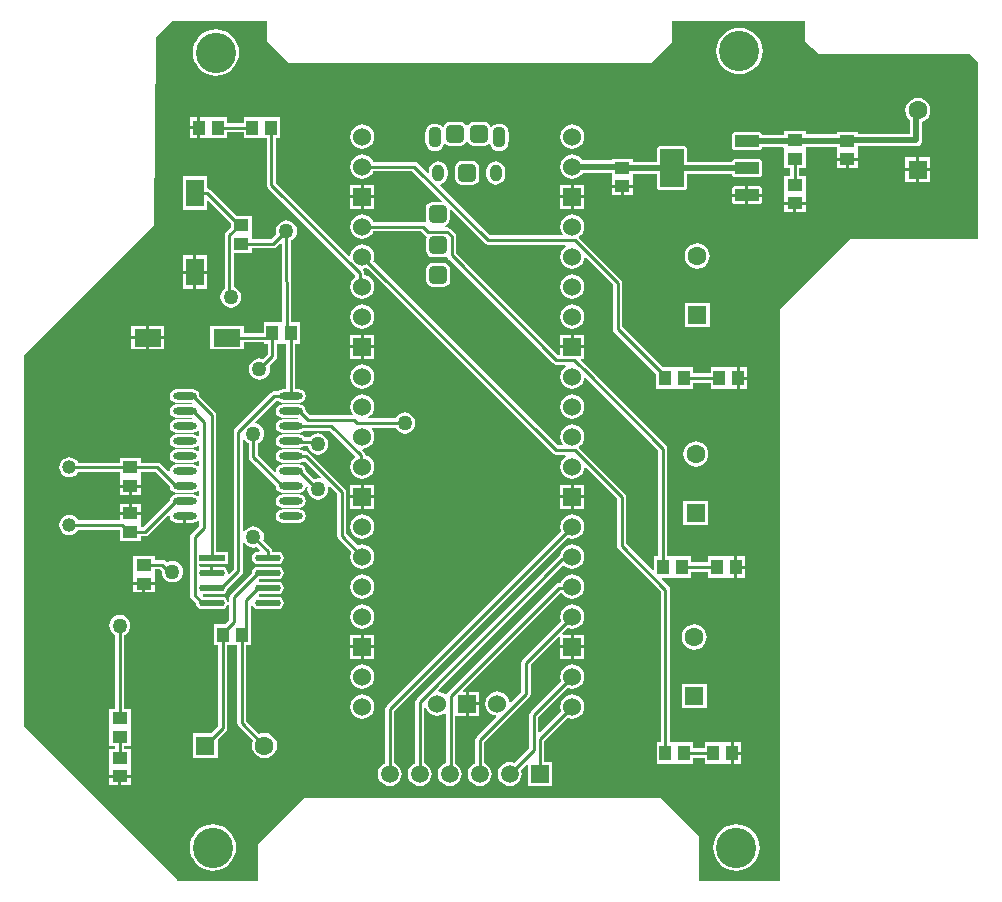
<source format=gtl>
G04*
G04 #@! TF.GenerationSoftware,Altium Limited,Altium Designer,22.5.1 (42)*
G04*
G04 Layer_Physical_Order=1*
G04 Layer_Color=255*
%FSLAX25Y25*%
%MOIN*%
G70*
G04*
G04 #@! TF.SameCoordinates,2259C19E-8C9C-4015-8B10-9D1C86A6F0C8*
G04*
G04*
G04 #@! TF.FilePolarity,Positive*
G04*
G01*
G75*
%ADD15C,0.01000*%
%ADD16O,0.04134X0.05709*%
%ADD17O,0.04331X0.07087*%
G04:AMPARAMS|DCode=18|XSize=59.06mil|YSize=59.06mil|CornerRadius=11.81mil|HoleSize=0mil|Usage=FLASHONLY|Rotation=0.000|XOffset=0mil|YOffset=0mil|HoleType=Round|Shape=RoundedRectangle|*
%AMROUNDEDRECTD18*
21,1,0.05906,0.03543,0,0,0.0*
21,1,0.03543,0.05906,0,0,0.0*
1,1,0.02362,0.01772,-0.01772*
1,1,0.02362,-0.01772,-0.01772*
1,1,0.02362,-0.01772,0.01772*
1,1,0.02362,0.01772,0.01772*
%
%ADD18ROUNDEDRECTD18*%
%ADD19O,0.07874X0.02362*%
%ADD20R,0.03937X0.05118*%
G04:AMPARAMS|DCode=21|XSize=85.59mil|YSize=22.32mil|CornerRadius=11.16mil|HoleSize=0mil|Usage=FLASHONLY|Rotation=0.000|XOffset=0mil|YOffset=0mil|HoleType=Round|Shape=RoundedRectangle|*
%AMROUNDEDRECTD21*
21,1,0.08559,0.00000,0,0,0.0*
21,1,0.06328,0.02232,0,0,0.0*
1,1,0.02232,0.03164,0.00000*
1,1,0.02232,-0.03164,0.00000*
1,1,0.02232,-0.03164,0.00000*
1,1,0.02232,0.03164,0.00000*
%
%ADD21ROUNDEDRECTD21*%
%ADD22R,0.08559X0.02232*%
%ADD23R,0.05118X0.03937*%
%ADD24R,0.09055X0.05906*%
%ADD25R,0.05906X0.09055*%
G04:AMPARAMS|DCode=26|XSize=127.95mil|YSize=80.71mil|CornerRadius=2.02mil|HoleSize=0mil|Usage=FLASHONLY|Rotation=270.000|XOffset=0mil|YOffset=0mil|HoleType=Round|Shape=RoundedRectangle|*
%AMROUNDEDRECTD26*
21,1,0.12795,0.07667,0,0,270.0*
21,1,0.12392,0.08071,0,0,270.0*
1,1,0.00404,-0.03834,-0.06196*
1,1,0.00404,-0.03834,0.06196*
1,1,0.00404,0.03834,0.06196*
1,1,0.00404,0.03834,-0.06196*
%
%ADD26ROUNDEDRECTD26*%
G04:AMPARAMS|DCode=27|XSize=39.37mil|YSize=80.71mil|CornerRadius=1.97mil|HoleSize=0mil|Usage=FLASHONLY|Rotation=270.000|XOffset=0mil|YOffset=0mil|HoleType=Round|Shape=RoundedRectangle|*
%AMROUNDEDRECTD27*
21,1,0.03937,0.07677,0,0,270.0*
21,1,0.03543,0.08071,0,0,270.0*
1,1,0.00394,-0.03839,-0.01772*
1,1,0.00394,-0.03839,0.01772*
1,1,0.00394,0.03839,0.01772*
1,1,0.00394,0.03839,-0.01772*
%
%ADD27ROUNDEDRECTD27*%
%ADD48C,0.02000*%
%ADD49C,0.06000*%
%ADD50R,0.06000X0.06000*%
%ADD51C,0.13400*%
%ADD52R,0.06299X0.06299*%
%ADD53C,0.06299*%
%ADD54R,0.06299X0.06299*%
%ADD55R,0.05906X0.05906*%
%ADD56C,0.05906*%
%ADD57C,0.04693*%
%ADD58C,0.05000*%
G36*
X475500Y436000D02*
X480000Y432000D01*
X530500D01*
X533000Y429500D01*
Y370500D01*
X490500D01*
X467000Y347000D01*
Y156500D01*
X440000D01*
Y171500D01*
X427500Y184000D01*
X308500D01*
X293000Y168500D01*
Y156500D01*
X266500D01*
X215000Y208000D01*
Y208500D01*
X215000Y331500D01*
X258500Y375000D01*
X259000Y437500D01*
X264500Y443000D01*
X296000D01*
Y436500D01*
X303500Y429000D01*
X424000D01*
X431000Y436000D01*
Y443000D01*
X475500D01*
Y436000D01*
D02*
G37*
%LPC*%
G36*
X453500Y440737D02*
X451991Y440589D01*
X450539Y440148D01*
X449201Y439433D01*
X448029Y438471D01*
X447067Y437299D01*
X446352Y435961D01*
X445911Y434510D01*
X445763Y433000D01*
X445911Y431491D01*
X446352Y430039D01*
X447067Y428701D01*
X448029Y427529D01*
X449201Y426567D01*
X450539Y425852D01*
X451991Y425411D01*
X453500Y425263D01*
X455010Y425411D01*
X456461Y425852D01*
X457799Y426567D01*
X458971Y427529D01*
X459933Y428701D01*
X460648Y430039D01*
X461089Y431491D01*
X461237Y433000D01*
X461089Y434510D01*
X460648Y435961D01*
X459933Y437299D01*
X458971Y438471D01*
X457799Y439433D01*
X456461Y440148D01*
X455010Y440589D01*
X453500Y440737D01*
D02*
G37*
G36*
X279000Y440237D02*
X277490Y440089D01*
X276039Y439648D01*
X274701Y438933D01*
X273529Y437971D01*
X272567Y436799D01*
X271852Y435461D01*
X271411Y434010D01*
X271263Y432500D01*
X271411Y430991D01*
X271852Y429539D01*
X272567Y428201D01*
X273529Y427029D01*
X274701Y426067D01*
X276039Y425352D01*
X277490Y424911D01*
X279000Y424763D01*
X280509Y424911D01*
X281961Y425352D01*
X283299Y426067D01*
X284471Y427029D01*
X285433Y428201D01*
X286148Y429539D01*
X286589Y430991D01*
X286737Y432500D01*
X286589Y434010D01*
X286148Y435461D01*
X285433Y436799D01*
X284471Y437971D01*
X283299Y438933D01*
X281961Y439648D01*
X280509Y440089D01*
X279000Y440237D01*
D02*
G37*
G36*
X294531Y411059D02*
X294169D01*
X294032Y411059D01*
X288232D01*
Y409029D01*
X282618D01*
Y411059D01*
X276819D01*
X276681Y411059D01*
X276319D01*
X276181Y411059D01*
X273850D01*
Y407500D01*
Y403941D01*
X276181D01*
X276319Y403941D01*
X276681D01*
X276819Y403941D01*
X282618D01*
Y405971D01*
X288232D01*
Y403941D01*
X294032D01*
X294169Y403941D01*
X294531D01*
X294669Y403941D01*
X295971D01*
Y388435D01*
X296087Y387850D01*
X296419Y387354D01*
X325406Y358366D01*
Y357705D01*
X324946Y357353D01*
X324305Y356517D01*
X323902Y355544D01*
X323765Y354500D01*
X323902Y353456D01*
X324305Y352483D01*
X324946Y351647D01*
X325782Y351006D01*
X326755Y350603D01*
X327799Y350465D01*
X328843Y350603D01*
X329817Y351006D01*
X330652Y351647D01*
X331293Y352483D01*
X331696Y353456D01*
X331834Y354500D01*
X331696Y355544D01*
X331293Y356517D01*
X330652Y357353D01*
X329817Y357994D01*
X328843Y358397D01*
X328465Y358447D01*
Y359000D01*
X328348Y359585D01*
X328073Y359997D01*
X328144Y360301D01*
X328277Y360528D01*
X328843Y360603D01*
X329331Y360805D01*
X391218Y298919D01*
X391714Y298587D01*
X392299Y298471D01*
X395499D01*
X395754Y298024D01*
X395752Y297971D01*
X394946Y297353D01*
X394305Y296517D01*
X393902Y295544D01*
X393765Y294500D01*
X393902Y293456D01*
X394305Y292483D01*
X394946Y291647D01*
X395782Y291006D01*
X396755Y290603D01*
X397799Y290465D01*
X398843Y290603D01*
X399816Y291006D01*
X400652Y291647D01*
X401293Y292483D01*
X401696Y293456D01*
X401771Y294022D01*
X402299Y294201D01*
X412727Y283773D01*
Y268094D01*
X412844Y267509D01*
X413175Y267013D01*
X427321Y252867D01*
Y202559D01*
X425882D01*
Y195441D01*
X431681D01*
X431819Y195441D01*
X432181D01*
X432319Y195441D01*
X438118D01*
Y197471D01*
X441882D01*
Y195441D01*
X447681D01*
X447819Y195441D01*
X448181D01*
X448319Y195441D01*
X450650D01*
Y199000D01*
Y202559D01*
X448319D01*
X448181Y202559D01*
X447819D01*
X447681Y202559D01*
X441882D01*
Y200529D01*
X438118D01*
Y202559D01*
X432319D01*
X432181Y202559D01*
X431819D01*
X431681Y202559D01*
X430380D01*
Y253501D01*
X430263Y254086D01*
X429932Y254582D01*
X427535Y256979D01*
X427726Y257441D01*
X430831D01*
X430969Y257441D01*
X431331D01*
X431468Y257441D01*
X437268D01*
Y259471D01*
X443032D01*
Y257441D01*
X448831D01*
X448969Y257441D01*
X449331D01*
X449469Y257441D01*
X451799D01*
Y261000D01*
Y264559D01*
X449469D01*
X449331Y264559D01*
X448969D01*
X448831Y264559D01*
X443032D01*
Y262529D01*
X437268D01*
Y264559D01*
X431468D01*
X431331Y264559D01*
X430969D01*
X430831Y264559D01*
X429529D01*
Y300500D01*
X429413Y301085D01*
X429081Y301581D01*
X402807Y327856D01*
X402062Y328763D01*
X401155Y329508D01*
X400625Y330038D01*
X400816Y330500D01*
X401799D01*
Y334000D01*
X393799D01*
Y331529D01*
X393133D01*
X359144Y365519D01*
Y371172D01*
X359028Y371757D01*
X358696Y372253D01*
X357126Y373824D01*
X356629Y374155D01*
X356044Y374272D01*
X355331D01*
X355282Y374772D01*
X355513Y374818D01*
X356235Y375300D01*
X356716Y376021D01*
X356886Y376872D01*
Y379903D01*
X357386Y380111D01*
X368578Y368919D01*
X369074Y368587D01*
X369659Y368471D01*
X395499D01*
X395754Y368024D01*
X395752Y367971D01*
X394946Y367353D01*
X394305Y366517D01*
X393902Y365544D01*
X393765Y364500D01*
X393902Y363456D01*
X394305Y362483D01*
X394946Y361647D01*
X395782Y361006D01*
X396755Y360603D01*
X397799Y360466D01*
X398843Y360603D01*
X399816Y361006D01*
X400652Y361647D01*
X401293Y362483D01*
X401696Y363456D01*
X401771Y364022D01*
X402299Y364201D01*
X411418Y355082D01*
Y340344D01*
X411535Y339758D01*
X411866Y339262D01*
X425732Y325396D01*
Y320441D01*
X431531D01*
X431669Y320441D01*
X432031D01*
X432169Y320441D01*
X437968D01*
Y322471D01*
X443882D01*
Y320441D01*
X449681D01*
X449819Y320441D01*
X450181D01*
X450319Y320441D01*
X452650D01*
Y324000D01*
Y327559D01*
X450319D01*
X450181Y327559D01*
X449819D01*
X449681Y327559D01*
X443882D01*
Y325529D01*
X437968D01*
Y327559D01*
X432169D01*
X432031Y327559D01*
X431669D01*
X431531Y327559D01*
X427895D01*
X414477Y340977D01*
Y355715D01*
X414361Y356301D01*
X414029Y356797D01*
X400087Y370739D01*
X400119Y371238D01*
X400652Y371647D01*
X401293Y372483D01*
X401696Y373456D01*
X401834Y374500D01*
X401696Y375544D01*
X401293Y376517D01*
X400652Y377353D01*
X399816Y377994D01*
X398843Y378397D01*
X397799Y378535D01*
X396755Y378397D01*
X395782Y377994D01*
X394946Y377353D01*
X394305Y376517D01*
X393902Y375544D01*
X393765Y374500D01*
X393902Y373456D01*
X394305Y372483D01*
X394653Y372029D01*
X394407Y371529D01*
X370293D01*
X353772Y388050D01*
X353933Y388523D01*
X353986Y388530D01*
X354732Y388839D01*
X355373Y389331D01*
X355865Y389971D01*
X356174Y390717D01*
X356279Y391518D01*
Y393093D01*
X356174Y393894D01*
X355865Y394639D01*
X355373Y395280D01*
X354732Y395772D01*
X353986Y396081D01*
X353186Y396186D01*
X352385Y396081D01*
X351639Y395772D01*
X350998Y395280D01*
X350507Y394639D01*
X350198Y393894D01*
X350092Y393093D01*
Y392383D01*
X349630Y392192D01*
X346241Y395581D01*
X345744Y395913D01*
X345159Y396029D01*
X331495D01*
X331293Y396517D01*
X330652Y397353D01*
X329817Y397994D01*
X328843Y398397D01*
X327799Y398534D01*
X326755Y398397D01*
X325782Y397994D01*
X324946Y397353D01*
X324305Y396517D01*
X323902Y395544D01*
X323765Y394500D01*
X323902Y393456D01*
X324305Y392483D01*
X324946Y391647D01*
X325782Y391006D01*
X326755Y390603D01*
X327799Y390465D01*
X328843Y390603D01*
X329817Y391006D01*
X330652Y391647D01*
X331293Y392483D01*
X331495Y392971D01*
X344526D01*
X354357Y383139D01*
X354150Y382640D01*
X351119D01*
X350268Y382470D01*
X349546Y381988D01*
X349064Y381267D01*
X348895Y380416D01*
Y376872D01*
X349024Y376221D01*
X348585Y375913D01*
X348000Y376029D01*
X331495D01*
X331293Y376517D01*
X330652Y377353D01*
X329817Y377994D01*
X328843Y378397D01*
X327799Y378535D01*
X326755Y378397D01*
X325782Y377994D01*
X324946Y377353D01*
X324305Y376517D01*
X323902Y375544D01*
X323765Y374500D01*
X323902Y373456D01*
X324305Y372483D01*
X324946Y371647D01*
X325782Y371006D01*
X326755Y370603D01*
X327799Y370465D01*
X328843Y370603D01*
X329817Y371006D01*
X330652Y371647D01*
X331293Y372483D01*
X331495Y372971D01*
X347366D01*
X348676Y371661D01*
X349062Y371403D01*
X349336Y370912D01*
X349166Y370061D01*
Y366518D01*
X349336Y365667D01*
X349818Y364946D01*
X350539Y364463D01*
X351390Y364294D01*
X354934D01*
X355785Y364463D01*
X355793Y364469D01*
X356202Y364300D01*
X356533Y363804D01*
X391419Y328919D01*
X391915Y328587D01*
X392500Y328471D01*
X395499D01*
X395754Y328024D01*
X395752Y327971D01*
X394946Y327353D01*
X394305Y326517D01*
X393902Y325544D01*
X393765Y324500D01*
X393902Y323456D01*
X394305Y322483D01*
X394946Y321647D01*
X395782Y321006D01*
X396755Y320603D01*
X397799Y320465D01*
X398843Y320603D01*
X399816Y321006D01*
X400652Y321647D01*
X401293Y322483D01*
X401696Y323456D01*
X401752Y323878D01*
X402280Y324057D01*
X426471Y299867D01*
Y264559D01*
X425032D01*
Y260136D01*
X424570Y259944D01*
X415786Y268728D01*
Y284406D01*
X415670Y284992D01*
X415338Y285488D01*
X400087Y300739D01*
X400119Y301238D01*
X400652Y301647D01*
X401293Y302483D01*
X401696Y303456D01*
X401834Y304500D01*
X401696Y305544D01*
X401293Y306517D01*
X400652Y307353D01*
X399816Y307994D01*
X398843Y308397D01*
X397799Y308535D01*
X396755Y308397D01*
X395782Y307994D01*
X394946Y307353D01*
X394305Y306517D01*
X393902Y305544D01*
X393765Y304500D01*
X393902Y303456D01*
X394305Y302483D01*
X394653Y302029D01*
X394407Y301529D01*
X392933D01*
X331494Y362968D01*
X331696Y363456D01*
X331834Y364500D01*
X331696Y365544D01*
X331293Y366517D01*
X330652Y367353D01*
X329817Y367994D01*
X328843Y368397D01*
X327799Y368534D01*
X326755Y368397D01*
X325782Y367994D01*
X324946Y367353D01*
X324305Y366517D01*
X323902Y365544D01*
X323828Y364978D01*
X323300Y364798D01*
X299029Y389069D01*
Y403941D01*
X300468D01*
Y411059D01*
X294669D01*
X294531Y411059D01*
D02*
G37*
G36*
X368442Y409411D02*
X364898D01*
X364047Y409242D01*
X363326Y408760D01*
X363034Y408322D01*
X362432D01*
X362140Y408760D01*
X361419Y409242D01*
X360567Y409411D01*
X357024D01*
X356173Y409242D01*
X355452Y408760D01*
X354970Y408038D01*
X354927Y407825D01*
X354393Y407700D01*
X354262Y407870D01*
X353601Y408377D01*
X352831Y408696D01*
X352005Y408805D01*
X351178Y408696D01*
X350408Y408377D01*
X349747Y407870D01*
X349240Y407209D01*
X348921Y406439D01*
X348812Y405613D01*
Y402857D01*
X348921Y402030D01*
X349240Y401260D01*
X349747Y400599D01*
X350408Y400092D01*
X351178Y399773D01*
X352005Y399664D01*
X352831Y399773D01*
X353601Y400092D01*
X354262Y400599D01*
X354769Y401260D01*
X355008Y401836D01*
X355140Y401906D01*
X355490Y401991D01*
X355586Y401982D01*
X356173Y401589D01*
X357024Y401420D01*
X360567D01*
X361419Y401589D01*
X362140Y402072D01*
X362432Y402509D01*
X363034D01*
X363326Y402072D01*
X364047Y401589D01*
X364898Y401420D01*
X368442D01*
X369292Y401589D01*
X369879Y401982D01*
X369976Y401991D01*
X370326Y401906D01*
X370458Y401836D01*
X370696Y401260D01*
X371204Y400599D01*
X371865Y400092D01*
X372635Y399773D01*
X373461Y399664D01*
X374288Y399773D01*
X375058Y400092D01*
X375719Y400599D01*
X376226Y401260D01*
X376545Y402030D01*
X376654Y402857D01*
Y405613D01*
X376545Y406439D01*
X376226Y407209D01*
X375719Y407870D01*
X375058Y408377D01*
X374288Y408696D01*
X373461Y408805D01*
X372635Y408696D01*
X371865Y408377D01*
X371204Y407870D01*
X371073Y407700D01*
X370538Y407825D01*
X370496Y408038D01*
X370014Y408760D01*
X369292Y409242D01*
X368442Y409411D01*
D02*
G37*
G36*
X272850Y411059D02*
X270382D01*
Y408000D01*
X272850D01*
Y411059D01*
D02*
G37*
G36*
X513000Y417370D02*
X511917Y417228D01*
X510907Y416810D01*
X510041Y416145D01*
X509375Y415278D01*
X508957Y414268D01*
X508815Y413185D01*
X508957Y412102D01*
X509375Y411092D01*
X510041Y410225D01*
X510461Y409903D01*
Y405382D01*
X493059D01*
Y406118D01*
X485941D01*
Y405189D01*
X475559D01*
Y406268D01*
X468441D01*
Y405094D01*
X461006D01*
X460966Y405294D01*
X460702Y405690D01*
X460306Y405954D01*
X459839Y406047D01*
X452161D01*
X451694Y405954D01*
X451299Y405690D01*
X451034Y405294D01*
X450941Y404827D01*
Y401284D01*
X451034Y400816D01*
X451299Y400421D01*
X451694Y400156D01*
X452161Y400063D01*
X459839D01*
X460306Y400156D01*
X460702Y400421D01*
X460966Y400816D01*
X461006Y401016D01*
X468087D01*
X468441Y400662D01*
X468441Y399969D01*
X468441Y399831D01*
Y394032D01*
X470471D01*
Y391469D01*
X468441D01*
Y385669D01*
X468441Y385531D01*
Y385169D01*
X468441Y385032D01*
Y382701D01*
X475559D01*
Y385032D01*
X475559Y385169D01*
Y385531D01*
X475559Y385669D01*
Y391469D01*
X473529D01*
Y394032D01*
X475559D01*
Y399831D01*
X475559Y399969D01*
Y400331D01*
X475559Y400468D01*
Y401110D01*
X485941D01*
Y400319D01*
X485941Y400181D01*
Y399819D01*
X485941Y399681D01*
Y397350D01*
X489500D01*
X493059D01*
Y399681D01*
X493059Y399819D01*
Y400181D01*
X493059Y400319D01*
Y401303D01*
X512500D01*
X513280Y401459D01*
X513942Y401901D01*
X514384Y402562D01*
X514539Y403342D01*
Y409331D01*
X515093Y409560D01*
X515960Y410225D01*
X516625Y411092D01*
X517043Y412102D01*
X517185Y413185D01*
X517043Y414268D01*
X516625Y415278D01*
X515960Y416145D01*
X515093Y416810D01*
X514083Y417228D01*
X513000Y417370D01*
D02*
G37*
G36*
X272850Y407000D02*
X270382D01*
Y403941D01*
X272850D01*
Y407000D01*
D02*
G37*
G36*
X397799Y408534D02*
X396755Y408397D01*
X395782Y407994D01*
X394946Y407353D01*
X394305Y406517D01*
X393902Y405544D01*
X393765Y404500D01*
X393902Y403456D01*
X394305Y402483D01*
X394946Y401647D01*
X395782Y401006D01*
X396755Y400603D01*
X397799Y400465D01*
X398843Y400603D01*
X399816Y401006D01*
X400652Y401647D01*
X401293Y402483D01*
X401696Y403456D01*
X401834Y404500D01*
X401696Y405544D01*
X401293Y406517D01*
X400652Y407353D01*
X399816Y407994D01*
X398843Y408397D01*
X397799Y408534D01*
D02*
G37*
G36*
X327799D02*
X326755Y408397D01*
X325782Y407994D01*
X324946Y407353D01*
X324305Y406517D01*
X323902Y405544D01*
X323765Y404500D01*
X323902Y403456D01*
X324305Y402483D01*
X324946Y401647D01*
X325782Y401006D01*
X326755Y400603D01*
X327799Y400465D01*
X328843Y400603D01*
X329817Y401006D01*
X330652Y401647D01*
X331293Y402483D01*
X331696Y403456D01*
X331834Y404500D01*
X331696Y405544D01*
X331293Y406517D01*
X330652Y407353D01*
X329817Y407994D01*
X328843Y408397D01*
X327799Y408534D01*
D02*
G37*
G36*
X434834Y401421D02*
X427166D01*
X426697Y401328D01*
X426300Y401062D01*
X426034Y400665D01*
X425941Y400196D01*
Y396039D01*
X418059D01*
Y397118D01*
X410941D01*
Y396539D01*
X401276D01*
X400652Y397353D01*
X399816Y397994D01*
X398843Y398397D01*
X397799Y398534D01*
X396755Y398397D01*
X395782Y397994D01*
X394946Y397353D01*
X394305Y396517D01*
X393902Y395544D01*
X393765Y394500D01*
X393902Y393456D01*
X394305Y392483D01*
X394946Y391647D01*
X395782Y391006D01*
X396755Y390603D01*
X397799Y390465D01*
X398843Y390603D01*
X399816Y391006D01*
X400652Y391647D01*
X401276Y392461D01*
X410941D01*
Y391319D01*
X410941Y391181D01*
Y390819D01*
X410941Y390681D01*
Y388350D01*
X414500D01*
X418059D01*
Y390681D01*
X418059Y390819D01*
Y391181D01*
X418059Y391319D01*
Y391961D01*
X425941D01*
Y387804D01*
X426034Y387335D01*
X426300Y386938D01*
X426697Y386672D01*
X427166Y386579D01*
X434834D01*
X435303Y386672D01*
X435700Y386938D01*
X435966Y387335D01*
X436059Y387804D01*
Y391961D01*
X450994D01*
X451034Y391761D01*
X451299Y391366D01*
X451694Y391101D01*
X452161Y391008D01*
X459839D01*
X460306Y391101D01*
X460702Y391366D01*
X460966Y391761D01*
X461059Y392228D01*
Y395772D01*
X460966Y396239D01*
X460702Y396635D01*
X460306Y396899D01*
X459839Y396992D01*
X452161D01*
X451694Y396899D01*
X451299Y396635D01*
X451034Y396239D01*
X450994Y396039D01*
X436059D01*
Y400196D01*
X435966Y400665D01*
X435700Y401062D01*
X435303Y401328D01*
X434834Y401421D01*
D02*
G37*
G36*
X517150Y397650D02*
X513500D01*
Y394000D01*
X517150D01*
Y397650D01*
D02*
G37*
G36*
X512500D02*
X508850D01*
Y394000D01*
X512500D01*
Y397650D01*
D02*
G37*
G36*
X493059Y396350D02*
X490000D01*
Y393882D01*
X493059D01*
Y396350D01*
D02*
G37*
G36*
X489000D02*
X485941D01*
Y393882D01*
X489000D01*
Y396350D01*
D02*
G37*
G36*
X517150Y393000D02*
X513500D01*
Y389350D01*
X517150D01*
Y393000D01*
D02*
G37*
G36*
X512500D02*
X508850D01*
Y389350D01*
X512500D01*
Y393000D01*
D02*
G37*
G36*
X364505Y396419D02*
X360961D01*
X360110Y396250D01*
X359389Y395768D01*
X358907Y395046D01*
X358737Y394195D01*
Y390652D01*
X358907Y389801D01*
X359389Y389079D01*
X360110Y388597D01*
X360961Y388428D01*
X364505D01*
X365355Y388597D01*
X366077Y389079D01*
X366559Y389801D01*
X366728Y390652D01*
Y394195D01*
X366559Y395046D01*
X366077Y395768D01*
X365355Y396250D01*
X364505Y396419D01*
D02*
G37*
G36*
X372280Y396186D02*
X371479Y396081D01*
X370733Y395772D01*
X370093Y395280D01*
X369601Y394639D01*
X369292Y393894D01*
X369187Y393093D01*
Y391518D01*
X369292Y390717D01*
X369601Y389971D01*
X370093Y389331D01*
X370733Y388839D01*
X371479Y388530D01*
X372280Y388425D01*
X373081Y388530D01*
X373827Y388839D01*
X374467Y389331D01*
X374959Y389971D01*
X375268Y390717D01*
X375374Y391518D01*
Y393093D01*
X375268Y393894D01*
X374959Y394639D01*
X374467Y395280D01*
X373827Y395772D01*
X373081Y396081D01*
X372280Y396186D01*
D02*
G37*
G36*
X459839Y387937D02*
X456500D01*
Y385445D01*
X461059D01*
Y386717D01*
X460966Y387183D01*
X460702Y387579D01*
X460306Y387844D01*
X459839Y387937D01*
D02*
G37*
G36*
X455500D02*
X452161D01*
X451694Y387844D01*
X451299Y387579D01*
X451034Y387183D01*
X450941Y386717D01*
Y385445D01*
X455500D01*
Y387937D01*
D02*
G37*
G36*
X401799Y388500D02*
X398299D01*
Y385000D01*
X401799D01*
Y388500D01*
D02*
G37*
G36*
X397299D02*
X393799D01*
Y385000D01*
X397299D01*
Y388500D01*
D02*
G37*
G36*
X331799D02*
X328299D01*
Y385000D01*
X331799D01*
Y388500D01*
D02*
G37*
G36*
X327299D02*
X323799D01*
Y385000D01*
X327299D01*
Y388500D01*
D02*
G37*
G36*
X418059Y387350D02*
X415000D01*
Y384882D01*
X418059D01*
Y387350D01*
D02*
G37*
G36*
X414000D02*
X410941D01*
Y384882D01*
X414000D01*
Y387350D01*
D02*
G37*
G36*
X461059Y384445D02*
X456500D01*
Y381953D01*
X459839D01*
X460306Y382046D01*
X460702Y382310D01*
X460966Y382706D01*
X461059Y383173D01*
Y384445D01*
D02*
G37*
G36*
X455500D02*
X450941D01*
Y383173D01*
X451034Y382706D01*
X451299Y382310D01*
X451694Y382046D01*
X452161Y381953D01*
X455500D01*
Y384445D01*
D02*
G37*
G36*
X401799Y384000D02*
X398299D01*
Y380500D01*
X401799D01*
Y384000D01*
D02*
G37*
G36*
X397299D02*
X393799D01*
Y380500D01*
X397299D01*
Y384000D01*
D02*
G37*
G36*
X331799D02*
X328299D01*
Y380500D01*
X331799D01*
Y384000D01*
D02*
G37*
G36*
X327299D02*
X323799D01*
Y380500D01*
X327299D01*
Y384000D01*
D02*
G37*
G36*
X475559Y381701D02*
X472500D01*
Y379232D01*
X475559D01*
Y381701D01*
D02*
G37*
G36*
X471500D02*
X468441D01*
Y379232D01*
X471500D01*
Y381701D01*
D02*
G37*
G36*
X439500Y368870D02*
X438417Y368728D01*
X437407Y368310D01*
X436541Y367645D01*
X435875Y366778D01*
X435457Y365768D01*
X435315Y364685D01*
X435457Y363602D01*
X435875Y362592D01*
X436541Y361725D01*
X437407Y361060D01*
X438417Y360642D01*
X439500Y360500D01*
X440583Y360642D01*
X441593Y361060D01*
X442459Y361725D01*
X443125Y362592D01*
X443543Y363602D01*
X443685Y364685D01*
X443543Y365768D01*
X443125Y366778D01*
X442459Y367645D01*
X441593Y368310D01*
X440583Y368728D01*
X439500Y368870D01*
D02*
G37*
G36*
X275953Y364839D02*
X272500D01*
Y359811D01*
X275953D01*
Y364839D01*
D02*
G37*
G36*
X271500D02*
X268047D01*
Y359811D01*
X271500D01*
Y364839D01*
D02*
G37*
G36*
X354934Y362443D02*
X351390D01*
X350539Y362273D01*
X349818Y361791D01*
X349336Y361070D01*
X349166Y360219D01*
Y356676D01*
X349336Y355824D01*
X349818Y355103D01*
X350539Y354621D01*
X351390Y354452D01*
X354934D01*
X355785Y354621D01*
X356506Y355103D01*
X356988Y355824D01*
X357157Y356676D01*
Y360219D01*
X356988Y361070D01*
X356506Y361791D01*
X355785Y362273D01*
X354934Y362443D01*
D02*
G37*
G36*
X275953Y358811D02*
X272500D01*
Y353783D01*
X275953D01*
Y358811D01*
D02*
G37*
G36*
X271500D02*
X268047D01*
Y353783D01*
X271500D01*
Y358811D01*
D02*
G37*
G36*
X397799Y358535D02*
X396755Y358397D01*
X395782Y357994D01*
X394946Y357353D01*
X394305Y356517D01*
X393902Y355544D01*
X393765Y354500D01*
X393902Y353456D01*
X394305Y352483D01*
X394946Y351647D01*
X395782Y351006D01*
X396755Y350603D01*
X397799Y350465D01*
X398843Y350603D01*
X399816Y351006D01*
X400652Y351647D01*
X401293Y352483D01*
X401696Y353456D01*
X401834Y354500D01*
X401696Y355544D01*
X401293Y356517D01*
X400652Y357353D01*
X399816Y357994D01*
X398843Y358397D01*
X397799Y358535D01*
D02*
G37*
G36*
X443650Y349150D02*
X435350D01*
Y340850D01*
X443650D01*
Y349150D01*
D02*
G37*
G36*
X397799Y348534D02*
X396755Y348397D01*
X395782Y347994D01*
X394946Y347353D01*
X394305Y346517D01*
X393902Y345544D01*
X393765Y344500D01*
X393902Y343456D01*
X394305Y342483D01*
X394946Y341647D01*
X395782Y341006D01*
X396755Y340603D01*
X397799Y340465D01*
X398843Y340603D01*
X399816Y341006D01*
X400652Y341647D01*
X401293Y342483D01*
X401696Y343456D01*
X401834Y344500D01*
X401696Y345544D01*
X401293Y346517D01*
X400652Y347353D01*
X399816Y347994D01*
X398843Y348397D01*
X397799Y348534D01*
D02*
G37*
G36*
X327799D02*
X326755Y348397D01*
X325782Y347994D01*
X324946Y347353D01*
X324305Y346517D01*
X323902Y345544D01*
X323765Y344500D01*
X323902Y343456D01*
X324305Y342483D01*
X324946Y341647D01*
X325782Y341006D01*
X326755Y340603D01*
X327799Y340465D01*
X328843Y340603D01*
X329817Y341006D01*
X330652Y341647D01*
X331293Y342483D01*
X331696Y343456D01*
X331834Y344500D01*
X331696Y345544D01*
X331293Y346517D01*
X330652Y347353D01*
X329817Y347994D01*
X328843Y348397D01*
X327799Y348534D01*
D02*
G37*
G36*
X275953Y391217D02*
X268047D01*
Y380161D01*
X275953D01*
Y382963D01*
X276415Y383155D01*
X283941Y375628D01*
Y374194D01*
X282360Y372613D01*
X282028Y372117D01*
X281911Y371532D01*
Y353809D01*
X281504Y353496D01*
X280943Y352765D01*
X280590Y351914D01*
X280470Y351000D01*
X280590Y350086D01*
X280943Y349235D01*
X281504Y348504D01*
X282235Y347943D01*
X283086Y347590D01*
X284000Y347470D01*
X284914Y347590D01*
X285765Y347943D01*
X286496Y348504D01*
X287057Y349235D01*
X287410Y350086D01*
X287530Y351000D01*
X287410Y351914D01*
X287057Y352765D01*
X286496Y353496D01*
X285765Y354057D01*
X284970Y354386D01*
Y365732D01*
X291059D01*
Y367171D01*
X298201D01*
X298786Y367288D01*
X299282Y367619D01*
X300509Y368846D01*
X300971Y368654D01*
Y356196D01*
X301087Y355611D01*
X301152Y355514D01*
Y342921D01*
X300819Y342559D01*
X300652Y342559D01*
X294882D01*
Y339029D01*
X288217D01*
Y341453D01*
X277161D01*
Y333547D01*
X288217D01*
Y335971D01*
X294882D01*
Y335441D01*
X296321D01*
Y331984D01*
X294649Y330312D01*
X294414Y330410D01*
X293500Y330530D01*
X292586Y330410D01*
X291735Y330057D01*
X291004Y329496D01*
X290443Y328765D01*
X290090Y327914D01*
X289970Y327000D01*
X290090Y326086D01*
X290443Y325235D01*
X291004Y324504D01*
X291735Y323943D01*
X292586Y323590D01*
X293500Y323470D01*
X294414Y323590D01*
X295265Y323943D01*
X295996Y324504D01*
X296557Y325235D01*
X296910Y326086D01*
X297030Y327000D01*
X296910Y327914D01*
X296812Y328149D01*
X298932Y330269D01*
X299263Y330765D01*
X299380Y331350D01*
Y335441D01*
X300681D01*
X300819Y335441D01*
X301181D01*
X301319Y335441D01*
X302471D01*
Y320224D01*
X301244D01*
X300393Y320055D01*
X299672Y319572D01*
X299643Y319529D01*
X298343D01*
X297758Y319413D01*
X297262Y319081D01*
X285419Y307238D01*
X285087Y306742D01*
X284971Y306157D01*
Y260285D01*
X283473Y258788D01*
X283098Y258958D01*
X283001Y259023D01*
X282842Y259826D01*
X282374Y260525D01*
X281674Y260993D01*
X280849Y261157D01*
X278185D01*
Y259000D01*
X277185D01*
Y261157D01*
X274521D01*
X273935Y261041D01*
X273434Y261374D01*
Y261884D01*
X282964D01*
Y266116D01*
X279214D01*
Y311638D01*
X279098Y312223D01*
X278766Y312719D01*
X273537Y317949D01*
X273547Y318000D01*
X273377Y318851D01*
X272895Y319572D01*
X272174Y320055D01*
X271323Y320224D01*
X265811D01*
X264960Y320055D01*
X264239Y319572D01*
X263756Y318851D01*
X263587Y318000D01*
X263756Y317149D01*
X264239Y316427D01*
X264960Y315945D01*
X265811Y315776D01*
X271001D01*
X271029Y315724D01*
X270727Y315224D01*
X265811D01*
X264960Y315055D01*
X264239Y314573D01*
X263756Y313851D01*
X263587Y313000D01*
X263756Y312149D01*
X264239Y311427D01*
X264960Y310945D01*
X265811Y310776D01*
X271001D01*
X271029Y310724D01*
X270727Y310224D01*
X265811D01*
X264960Y310055D01*
X264239Y309573D01*
X263756Y308851D01*
X263587Y308000D01*
X263756Y307149D01*
X264239Y306428D01*
X264960Y305945D01*
X265811Y305776D01*
X271323D01*
X272174Y305945D01*
X272895Y306428D01*
X272971Y306540D01*
X273471Y306388D01*
Y304611D01*
X272971Y304460D01*
X272895Y304573D01*
X272174Y305055D01*
X271323Y305224D01*
X265811D01*
X264960Y305055D01*
X264239Y304573D01*
X263756Y303851D01*
X263587Y303000D01*
X263756Y302149D01*
X264239Y301428D01*
X264960Y300945D01*
X265811Y300776D01*
X271323D01*
X272174Y300945D01*
X272895Y301428D01*
X272971Y301540D01*
X273471Y301389D01*
Y299611D01*
X272971Y299460D01*
X272895Y299572D01*
X272174Y300055D01*
X271323Y300224D01*
X265811D01*
X264960Y300055D01*
X264239Y299572D01*
X263756Y298851D01*
X263587Y298000D01*
X263756Y297149D01*
X264239Y296427D01*
X264960Y295945D01*
X265811Y295776D01*
X271323D01*
X272174Y295945D01*
X272895Y296427D01*
X272971Y296540D01*
X273471Y296389D01*
Y294612D01*
X272971Y294460D01*
X272895Y294572D01*
X272174Y295055D01*
X271323Y295224D01*
X265811D01*
X264960Y295055D01*
X264239Y294572D01*
X263756Y293851D01*
X263603Y293078D01*
X263152Y292822D01*
X260593Y295381D01*
X260097Y295712D01*
X259512Y295829D01*
X254059D01*
Y297268D01*
X246941D01*
Y295742D01*
X233155D01*
X233089Y295900D01*
X232553Y296599D01*
X231854Y297136D01*
X231040Y297473D01*
X230166Y297588D01*
X229293Y297473D01*
X228479Y297136D01*
X227780Y296599D01*
X227243Y295900D01*
X226906Y295086D01*
X226791Y294213D01*
X226906Y293339D01*
X227243Y292525D01*
X227780Y291826D01*
X228479Y291289D01*
X229293Y290952D01*
X230166Y290837D01*
X231040Y290952D01*
X231854Y291289D01*
X232553Y291826D01*
X233089Y292525D01*
X233155Y292683D01*
X246941D01*
Y291469D01*
X246941Y291331D01*
Y290968D01*
X246941Y290831D01*
Y288500D01*
X254059D01*
Y290831D01*
X254059Y290968D01*
Y291331D01*
X254059Y291469D01*
Y292770D01*
X258878D01*
X263597Y288051D01*
X263587Y288000D01*
X263756Y287149D01*
X264239Y286427D01*
X264960Y285945D01*
X265811Y285776D01*
X271323D01*
X272174Y285945D01*
X272895Y286427D01*
X272971Y286540D01*
X273471Y286388D01*
Y284612D01*
X272971Y284460D01*
X272895Y284573D01*
X272174Y285055D01*
X271323Y285224D01*
X265811D01*
X264960Y285055D01*
X264239Y284573D01*
X263756Y283851D01*
X263587Y283000D01*
X263597Y282949D01*
X254878Y274230D01*
X254059D01*
Y275532D01*
X254059Y275669D01*
X254059D01*
Y276031D01*
X254059D01*
Y278500D01*
X250500D01*
X246941D01*
Y276529D01*
X233155D01*
X233089Y276688D01*
X232553Y277387D01*
X231854Y277923D01*
X231040Y278260D01*
X230166Y278375D01*
X229293Y278260D01*
X228479Y277923D01*
X227780Y277387D01*
X227243Y276688D01*
X226906Y275874D01*
X226791Y275000D01*
X226906Y274126D01*
X227243Y273312D01*
X227780Y272613D01*
X228479Y272077D01*
X229293Y271740D01*
X230166Y271625D01*
X231040Y271740D01*
X231854Y272077D01*
X232553Y272613D01*
X233089Y273312D01*
X233155Y273471D01*
X246941D01*
Y269732D01*
X254059D01*
Y271171D01*
X255512D01*
X256097Y271288D01*
X256593Y271619D01*
X263152Y278178D01*
X263603Y277922D01*
X263756Y277149D01*
X264239Y276428D01*
X264960Y275945D01*
X265811Y275776D01*
X268067D01*
Y278000D01*
X269067D01*
Y275776D01*
X271323D01*
X272174Y275945D01*
X272895Y276428D01*
X272971Y276540D01*
X273471Y276389D01*
Y274634D01*
X270824Y271987D01*
X270492Y271490D01*
X270376Y270905D01*
Y251616D01*
X270492Y251031D01*
X270824Y250534D01*
X272365Y248993D01*
X272528Y248174D01*
X272995Y247475D01*
X273695Y247007D01*
X274521Y246843D01*
X280849D01*
X281674Y247007D01*
X282374Y247475D01*
X282842Y248174D01*
X282947Y248702D01*
X282971Y248823D01*
X283471Y248773D01*
Y243374D01*
X282156Y242059D01*
X278382D01*
Y234941D01*
X279821D01*
Y207984D01*
X277487Y205650D01*
X271350D01*
Y197350D01*
X279650D01*
Y203487D01*
X282432Y206269D01*
X282763Y206765D01*
X282880Y207350D01*
Y234941D01*
X284181D01*
X284319Y234941D01*
Y234941D01*
X284681D01*
Y234941D01*
X286120D01*
Y209035D01*
X286237Y208450D01*
X286568Y207954D01*
X291376Y203147D01*
X291142Y202583D01*
X291000Y201500D01*
X291142Y200417D01*
X291560Y199407D01*
X292226Y198540D01*
X293092Y197875D01*
X294102Y197457D01*
X295185Y197315D01*
X296268Y197457D01*
X297278Y197875D01*
X298145Y198540D01*
X298810Y199407D01*
X299228Y200417D01*
X299370Y201500D01*
X299228Y202583D01*
X298810Y203593D01*
X298145Y204460D01*
X297278Y205125D01*
X296268Y205543D01*
X295185Y205685D01*
X294102Y205543D01*
X293538Y205310D01*
X289179Y209669D01*
Y234941D01*
X290618D01*
Y239821D01*
X290648Y239968D01*
Y248180D01*
X291147Y248229D01*
X291158Y248174D01*
X291626Y247475D01*
X292326Y247007D01*
X293151Y246843D01*
X299479D01*
X300305Y247007D01*
X301005Y247475D01*
X301472Y248174D01*
X301636Y249000D01*
X301472Y249826D01*
X301005Y250525D01*
X300305Y250993D01*
X299479Y251157D01*
X293497D01*
X293245Y251657D01*
X293383Y251843D01*
X299479D01*
X300305Y252007D01*
X301005Y252475D01*
X301472Y253174D01*
X301636Y254000D01*
X301472Y254826D01*
X301005Y255525D01*
X300305Y255993D01*
X299479Y256157D01*
X293497D01*
X293245Y256657D01*
X293383Y256843D01*
X299479D01*
X300305Y257007D01*
X301005Y257475D01*
X301472Y258174D01*
X301636Y259000D01*
X301472Y259826D01*
X301005Y260525D01*
X300305Y260993D01*
X299479Y261157D01*
X293151D01*
X292326Y260993D01*
X291626Y260525D01*
X291158Y259826D01*
X290996Y259007D01*
X283919Y251930D01*
X283587Y251434D01*
X283471Y250849D01*
Y249227D01*
X282971Y249177D01*
X282947Y249298D01*
X282842Y249826D01*
X282374Y250525D01*
X281674Y250993D01*
X280849Y251157D01*
X274752D01*
X274615Y251343D01*
X274867Y251843D01*
X280849D01*
X281674Y252007D01*
X282374Y252475D01*
X282842Y253174D01*
X283004Y253993D01*
X287581Y258570D01*
X287913Y259066D01*
X288029Y259651D01*
Y268993D01*
X288529Y269122D01*
X289004Y268504D01*
X289735Y267943D01*
X290586Y267590D01*
X291500Y267470D01*
X292414Y267590D01*
X292649Y267688D01*
X293718Y266619D01*
X293527Y266157D01*
X293151D01*
X292326Y265993D01*
X291626Y265525D01*
X291158Y264826D01*
X290994Y264000D01*
X291158Y263174D01*
X291626Y262475D01*
X292326Y262007D01*
X293151Y261843D01*
X299479D01*
X300305Y262007D01*
X301005Y262475D01*
X301472Y263174D01*
X301636Y264000D01*
X301472Y264826D01*
X301005Y265525D01*
X300305Y265993D01*
X299479Y266157D01*
X297845D01*
Y266185D01*
X297728Y266770D01*
X297397Y267266D01*
X294812Y269851D01*
X294910Y270086D01*
X295030Y271000D01*
X294910Y271914D01*
X294557Y272765D01*
X293996Y273496D01*
X293265Y274057D01*
X292414Y274410D01*
X291500Y274530D01*
X290586Y274410D01*
X289735Y274057D01*
X289004Y273496D01*
X288529Y272878D01*
X288029Y273007D01*
Y303493D01*
X288529Y303622D01*
X289004Y303004D01*
X289735Y302443D01*
X289971Y302345D01*
Y297744D01*
X290087Y297159D01*
X290419Y296663D01*
X299030Y288051D01*
X299020Y288000D01*
X299189Y287149D01*
X299672Y286427D01*
X300393Y285945D01*
X301244Y285776D01*
X306756D01*
X307607Y285945D01*
X308328Y286427D01*
X308810Y287149D01*
X308916Y287679D01*
X309032Y287785D01*
X309468Y287892D01*
X309574Y287790D01*
X309470Y287000D01*
X309590Y286086D01*
X309943Y285235D01*
X310504Y284504D01*
X311235Y283943D01*
X312086Y283590D01*
X313000Y283470D01*
X313914Y283590D01*
X314765Y283943D01*
X315496Y284504D01*
X316057Y285235D01*
X316410Y286086D01*
X316530Y287000D01*
X316439Y287691D01*
X316913Y287924D01*
X319471Y285367D01*
Y271299D01*
X319587Y270714D01*
X319919Y270218D01*
X324104Y266032D01*
X323902Y265544D01*
X323765Y264500D01*
X323902Y263456D01*
X324305Y262483D01*
X324946Y261647D01*
X325782Y261006D01*
X326755Y260603D01*
X327799Y260466D01*
X328843Y260603D01*
X329817Y261006D01*
X330652Y261647D01*
X331293Y262483D01*
X331696Y263456D01*
X331834Y264500D01*
X331696Y265544D01*
X331293Y266517D01*
X330652Y267353D01*
X329817Y267994D01*
X328843Y268397D01*
X327799Y268534D01*
X326755Y268397D01*
X326267Y268195D01*
X322529Y271933D01*
Y286000D01*
X322413Y286585D01*
X322081Y287081D01*
X310081Y299081D01*
X309585Y299413D01*
X309000Y299529D01*
X308357D01*
X308328Y299572D01*
X307607Y300055D01*
X306756Y300224D01*
X301244D01*
X300393Y300055D01*
X299672Y299572D01*
X299189Y298851D01*
X299020Y298000D01*
X299189Y297149D01*
X299672Y296427D01*
X300393Y295945D01*
X301244Y295776D01*
X306756D01*
X307607Y295945D01*
X308328Y296427D01*
X308710Y296127D01*
X313924Y290913D01*
X313691Y290439D01*
X313000Y290530D01*
X312086Y290410D01*
X311764Y290277D01*
X308965Y293076D01*
X308810Y293851D01*
X308328Y294572D01*
X307607Y295055D01*
X306756Y295224D01*
X301244D01*
X300393Y295055D01*
X299672Y294572D01*
X299189Y293851D01*
X299036Y293078D01*
X298585Y292822D01*
X293029Y298378D01*
Y302345D01*
X293265Y302443D01*
X293996Y303004D01*
X294557Y303735D01*
X294910Y304586D01*
X295030Y305500D01*
X294910Y306414D01*
X294557Y307265D01*
X293996Y307996D01*
X293265Y308557D01*
X292414Y308910D01*
X292092Y308952D01*
X291932Y309426D01*
X298977Y316471D01*
X299643D01*
X299672Y316427D01*
X300393Y315945D01*
X301244Y315776D01*
X306756D01*
X307607Y315945D01*
X308328Y316427D01*
X308810Y317149D01*
X308980Y318000D01*
X308810Y318851D01*
X308328Y319572D01*
X307607Y320055D01*
X306756Y320224D01*
X305529D01*
Y335441D01*
X307118D01*
Y342559D01*
X304210D01*
Y356015D01*
X304094Y356600D01*
X304029Y356697D01*
Y369845D01*
X304265Y369943D01*
X304996Y370504D01*
X305557Y371235D01*
X305910Y372086D01*
X306030Y373000D01*
X305910Y373914D01*
X305557Y374765D01*
X304996Y375496D01*
X304265Y376057D01*
X303414Y376410D01*
X302500Y376530D01*
X301586Y376410D01*
X300735Y376057D01*
X300004Y375496D01*
X299443Y374765D01*
X299090Y373914D01*
X298970Y373000D01*
X299090Y372086D01*
X299188Y371851D01*
X297567Y370230D01*
X291059D01*
Y371669D01*
X291059Y371669D01*
Y372031D01*
X291059D01*
X291059Y372169D01*
Y377969D01*
X286179D01*
X286032Y377998D01*
X285897D01*
X277125Y386770D01*
X276629Y387102D01*
X276043Y387218D01*
X275953D01*
Y391217D01*
D02*
G37*
G36*
X261839Y341453D02*
X256811D01*
Y338000D01*
X261839D01*
Y341453D01*
D02*
G37*
G36*
X255811D02*
X250783D01*
Y338000D01*
X255811D01*
Y341453D01*
D02*
G37*
G36*
X401799Y338500D02*
X398299D01*
Y335000D01*
X401799D01*
Y338500D01*
D02*
G37*
G36*
X397299D02*
X393799D01*
Y335000D01*
X397299D01*
Y338500D01*
D02*
G37*
G36*
X331799D02*
X328299D01*
Y335000D01*
X331799D01*
Y338500D01*
D02*
G37*
G36*
X327299D02*
X323799D01*
Y335000D01*
X327299D01*
Y338500D01*
D02*
G37*
G36*
X261839Y337000D02*
X256811D01*
Y333547D01*
X261839D01*
Y337000D01*
D02*
G37*
G36*
X255811D02*
X250783D01*
Y333547D01*
X255811D01*
Y337000D01*
D02*
G37*
G36*
X331799Y334000D02*
X328299D01*
Y330500D01*
X331799D01*
Y334000D01*
D02*
G37*
G36*
X327299D02*
X323799D01*
Y330500D01*
X327299D01*
Y334000D01*
D02*
G37*
G36*
X453650Y327559D02*
Y324500D01*
X456118D01*
Y327559D01*
X453650D01*
D02*
G37*
G36*
X327799Y328535D02*
X326755Y328397D01*
X325782Y327994D01*
X324946Y327353D01*
X324305Y326517D01*
X323902Y325544D01*
X323765Y324500D01*
X323902Y323456D01*
X324305Y322483D01*
X324946Y321647D01*
X325782Y321006D01*
X326755Y320603D01*
X327799Y320465D01*
X328843Y320603D01*
X329817Y321006D01*
X330652Y321647D01*
X331293Y322483D01*
X331696Y323456D01*
X331834Y324500D01*
X331696Y325544D01*
X331293Y326517D01*
X330652Y327353D01*
X329817Y327994D01*
X328843Y328397D01*
X327799Y328535D01*
D02*
G37*
G36*
X456118Y323500D02*
X453650D01*
Y320441D01*
X456118D01*
Y323500D01*
D02*
G37*
G36*
X327799Y318534D02*
X326755Y318397D01*
X325782Y317994D01*
X324946Y317353D01*
X324305Y316517D01*
X323902Y315544D01*
X323765Y314500D01*
X323902Y313456D01*
X324305Y312483D01*
X324653Y312029D01*
X324407Y311529D01*
X310389D01*
X308970Y312949D01*
X308980Y313000D01*
X308810Y313851D01*
X308328Y314573D01*
X307607Y315055D01*
X306756Y315224D01*
X301244D01*
X300393Y315055D01*
X299672Y314573D01*
X299189Y313851D01*
X299020Y313000D01*
X299189Y312149D01*
X299672Y311427D01*
X300393Y310945D01*
X301244Y310776D01*
X306434D01*
X306462Y310724D01*
X306160Y310224D01*
X301244D01*
X300393Y310055D01*
X299672Y309573D01*
X299189Y308851D01*
X299020Y308000D01*
X299189Y307149D01*
X299672Y306428D01*
X300393Y305945D01*
X301244Y305776D01*
X306756D01*
X307607Y305945D01*
X308328Y306428D01*
X308357Y306471D01*
X316866D01*
X325266Y298072D01*
X325233Y297573D01*
X324946Y297353D01*
X324305Y296517D01*
X323902Y295544D01*
X323765Y294500D01*
X323902Y293456D01*
X324305Y292483D01*
X324946Y291647D01*
X325782Y291006D01*
X326755Y290603D01*
X327799Y290465D01*
X328843Y290603D01*
X329817Y291006D01*
X330652Y291647D01*
X331293Y292483D01*
X331696Y293456D01*
X331834Y294500D01*
X331696Y295544D01*
X331293Y296517D01*
X330652Y297353D01*
X329817Y297994D01*
X328843Y298397D01*
X328721Y298413D01*
X328631Y298868D01*
X328299Y299364D01*
X327630Y300032D01*
X327892Y300478D01*
X328843Y300603D01*
X329817Y301006D01*
X330652Y301647D01*
X331293Y302483D01*
X331696Y303456D01*
X331834Y304500D01*
X331696Y305544D01*
X331293Y306517D01*
X330945Y306971D01*
X331192Y307471D01*
X338845D01*
X338943Y307235D01*
X339504Y306504D01*
X340235Y305943D01*
X341086Y305590D01*
X342000Y305470D01*
X342914Y305590D01*
X343765Y305943D01*
X344496Y306504D01*
X345057Y307235D01*
X345410Y308086D01*
X345530Y309000D01*
X345410Y309914D01*
X345057Y310765D01*
X344496Y311496D01*
X343765Y312057D01*
X342914Y312410D01*
X342000Y312530D01*
X341086Y312410D01*
X340235Y312057D01*
X339504Y311496D01*
X338943Y310765D01*
X338845Y310529D01*
X330099D01*
X329844Y310976D01*
X329847Y311029D01*
X330652Y311647D01*
X331293Y312483D01*
X331696Y313456D01*
X331834Y314500D01*
X331696Y315544D01*
X331293Y316517D01*
X330652Y317353D01*
X329817Y317994D01*
X328843Y318397D01*
X327799Y318534D01*
D02*
G37*
G36*
X397799D02*
X396755Y318397D01*
X395782Y317994D01*
X394946Y317353D01*
X394305Y316517D01*
X393902Y315544D01*
X393765Y314500D01*
X393902Y313456D01*
X394305Y312483D01*
X394946Y311647D01*
X395782Y311006D01*
X396755Y310603D01*
X397799Y310466D01*
X398843Y310603D01*
X399816Y311006D01*
X400652Y311647D01*
X401293Y312483D01*
X401696Y313456D01*
X401834Y314500D01*
X401696Y315544D01*
X401293Y316517D01*
X400652Y317353D01*
X399816Y317994D01*
X398843Y318397D01*
X397799Y318534D01*
D02*
G37*
G36*
X313000Y305530D02*
X312086Y305410D01*
X311235Y305057D01*
X310504Y304496D01*
X310329Y304269D01*
X308531D01*
X308328Y304573D01*
X307607Y305055D01*
X306756Y305224D01*
X301244D01*
X300393Y305055D01*
X299672Y304573D01*
X299189Y303851D01*
X299020Y303000D01*
X299189Y302149D01*
X299672Y301428D01*
X300393Y300945D01*
X301244Y300776D01*
X306756D01*
X307607Y300945D01*
X308003Y301210D01*
X309574D01*
X309590Y301086D01*
X309943Y300235D01*
X310504Y299504D01*
X311235Y298943D01*
X312086Y298590D01*
X313000Y298470D01*
X313914Y298590D01*
X314765Y298943D01*
X315496Y299504D01*
X316057Y300235D01*
X316410Y301086D01*
X316530Y302000D01*
X316410Y302914D01*
X316057Y303765D01*
X315496Y304496D01*
X314765Y305057D01*
X313914Y305410D01*
X313000Y305530D01*
D02*
G37*
G36*
X439000Y302870D02*
X437917Y302728D01*
X436907Y302310D01*
X436040Y301645D01*
X435375Y300778D01*
X434957Y299768D01*
X434815Y298685D01*
X434957Y297602D01*
X435375Y296592D01*
X436040Y295725D01*
X436907Y295060D01*
X437917Y294642D01*
X439000Y294500D01*
X440083Y294642D01*
X441093Y295060D01*
X441959Y295725D01*
X442625Y296592D01*
X443043Y297602D01*
X443185Y298685D01*
X443043Y299768D01*
X442625Y300778D01*
X441959Y301645D01*
X441093Y302310D01*
X440083Y302728D01*
X439000Y302870D01*
D02*
G37*
G36*
X254059Y287500D02*
X251000D01*
Y285032D01*
X254059D01*
Y287500D01*
D02*
G37*
G36*
X250000D02*
X246941D01*
Y285032D01*
X250000D01*
Y287500D01*
D02*
G37*
G36*
X401799Y288500D02*
X398299D01*
Y285000D01*
X401799D01*
Y288500D01*
D02*
G37*
G36*
X397299D02*
X393799D01*
Y285000D01*
X397299D01*
Y288500D01*
D02*
G37*
G36*
X331799D02*
X328299D01*
Y285000D01*
X331799D01*
Y288500D01*
D02*
G37*
G36*
X327299D02*
X323799D01*
Y285000D01*
X327299D01*
Y288500D01*
D02*
G37*
G36*
X306756Y285224D02*
X301244D01*
X300393Y285055D01*
X299672Y284573D01*
X299189Y283851D01*
X299020Y283000D01*
X299189Y282149D01*
X299672Y281428D01*
X300393Y280945D01*
X301244Y280776D01*
X306756D01*
X307607Y280945D01*
X308328Y281428D01*
X308810Y282149D01*
X308980Y283000D01*
X308810Y283851D01*
X308328Y284573D01*
X307607Y285055D01*
X306756Y285224D01*
D02*
G37*
G36*
X401799Y284000D02*
X398299D01*
Y280500D01*
X401799D01*
Y284000D01*
D02*
G37*
G36*
X397299D02*
X393799D01*
Y280500D01*
X397299D01*
Y284000D01*
D02*
G37*
G36*
X331799D02*
X328299D01*
Y280500D01*
X331799D01*
Y284000D01*
D02*
G37*
G36*
X327299D02*
X323799D01*
Y280500D01*
X327299D01*
Y284000D01*
D02*
G37*
G36*
X254059Y281968D02*
X251000D01*
Y279500D01*
X254059D01*
Y281968D01*
D02*
G37*
G36*
X250000D02*
X246941D01*
Y279500D01*
X250000D01*
Y281968D01*
D02*
G37*
G36*
X306756Y280224D02*
X301244D01*
X300393Y280055D01*
X299672Y279573D01*
X299189Y278851D01*
X299020Y278000D01*
X299189Y277149D01*
X299672Y276428D01*
X300393Y275945D01*
X301244Y275776D01*
X306756D01*
X307607Y275945D01*
X308328Y276428D01*
X308810Y277149D01*
X308980Y278000D01*
X308810Y278851D01*
X308328Y279573D01*
X307607Y280055D01*
X306756Y280224D01*
D02*
G37*
G36*
X443150Y283150D02*
X434850D01*
Y274850D01*
X443150D01*
Y283150D01*
D02*
G37*
G36*
X397799Y278535D02*
X396755Y278397D01*
X395782Y277994D01*
X394946Y277353D01*
X394305Y276517D01*
X393902Y275544D01*
X393765Y274500D01*
X393902Y273456D01*
X394104Y272968D01*
X335919Y214782D01*
X335587Y214286D01*
X335471Y213701D01*
Y195645D01*
X335007Y195453D01*
X334181Y194819D01*
X333547Y193993D01*
X333149Y193032D01*
X333013Y192000D01*
X333149Y190968D01*
X333547Y190007D01*
X334181Y189181D01*
X335007Y188547D01*
X335968Y188149D01*
X337000Y188013D01*
X338032Y188149D01*
X338993Y188547D01*
X339819Y189181D01*
X340453Y190007D01*
X340851Y190968D01*
X340987Y192000D01*
X340851Y193032D01*
X340453Y193993D01*
X339819Y194819D01*
X338993Y195453D01*
X338529Y195645D01*
Y213067D01*
X396267Y270805D01*
X396755Y270603D01*
X397799Y270465D01*
X398843Y270603D01*
X399816Y271006D01*
X400652Y271647D01*
X401293Y272483D01*
X401696Y273456D01*
X401834Y274500D01*
X401696Y275544D01*
X401293Y276517D01*
X400652Y277353D01*
X399816Y277994D01*
X398843Y278397D01*
X397799Y278535D01*
D02*
G37*
G36*
X327799D02*
X326755Y278397D01*
X325782Y277994D01*
X324946Y277353D01*
X324305Y276517D01*
X323902Y275544D01*
X323765Y274500D01*
X323902Y273456D01*
X324305Y272483D01*
X324946Y271647D01*
X325782Y271006D01*
X326755Y270603D01*
X327799Y270465D01*
X328843Y270603D01*
X329817Y271006D01*
X330652Y271647D01*
X331293Y272483D01*
X331696Y273456D01*
X331834Y274500D01*
X331696Y275544D01*
X331293Y276517D01*
X330652Y277353D01*
X329817Y277994D01*
X328843Y278397D01*
X327799Y278535D01*
D02*
G37*
G36*
X452799Y264559D02*
Y261500D01*
X455268D01*
Y264559D01*
X452799D01*
D02*
G37*
G36*
X397799Y268534D02*
X396755Y268397D01*
X395782Y267994D01*
X394946Y267353D01*
X394305Y266517D01*
X393902Y265544D01*
X393818Y264906D01*
X393397Y264625D01*
X345919Y217146D01*
X345587Y216650D01*
X345471Y216065D01*
Y195645D01*
X345007Y195453D01*
X344181Y194819D01*
X343547Y193993D01*
X343149Y193032D01*
X343013Y192000D01*
X343149Y190968D01*
X343547Y190007D01*
X344181Y189181D01*
X345007Y188547D01*
X345968Y188149D01*
X347000Y188013D01*
X348032Y188149D01*
X348993Y188547D01*
X349819Y189181D01*
X350453Y190007D01*
X350851Y190968D01*
X350987Y192000D01*
X350851Y193032D01*
X350453Y193993D01*
X349819Y194819D01*
X348993Y195453D01*
X348529Y195645D01*
Y214049D01*
X349029Y214149D01*
X349305Y213483D01*
X349946Y212647D01*
X350782Y212006D01*
X351755Y211603D01*
X352799Y211466D01*
X353843Y211603D01*
X354817Y212006D01*
X355270Y212354D01*
X355770Y212107D01*
Y195769D01*
X355007Y195453D01*
X354181Y194819D01*
X353547Y193993D01*
X353149Y193032D01*
X353013Y192000D01*
X353149Y190968D01*
X353547Y190007D01*
X354181Y189181D01*
X355007Y188547D01*
X355968Y188149D01*
X357000Y188013D01*
X358032Y188149D01*
X358993Y188547D01*
X359819Y189181D01*
X360453Y190007D01*
X360851Y190968D01*
X360987Y192000D01*
X360851Y193032D01*
X360453Y193993D01*
X359819Y194819D01*
X358993Y195453D01*
X358829Y195521D01*
Y211500D01*
X362299D01*
Y215500D01*
Y219500D01*
X361494D01*
X361303Y219962D01*
X393798Y252457D01*
X393970Y252466D01*
X394359Y252413D01*
X394946Y251647D01*
X395782Y251006D01*
X396755Y250603D01*
X397799Y250465D01*
X398843Y250603D01*
X399816Y251006D01*
X400652Y251647D01*
X401293Y252483D01*
X401696Y253456D01*
X401834Y254500D01*
X401696Y255544D01*
X401293Y256517D01*
X400652Y257353D01*
X399816Y257994D01*
X398843Y258397D01*
X397799Y258535D01*
X396755Y258397D01*
X395782Y257994D01*
X394946Y257353D01*
X394305Y256517D01*
X393946Y255651D01*
X393299D01*
X392714Y255534D01*
X392218Y255203D01*
X356218Y219203D01*
X355929Y218771D01*
X355793Y218685D01*
X355352Y218583D01*
X354817Y218994D01*
X353843Y219397D01*
X353277Y219472D01*
X353098Y220000D01*
X394758Y261660D01*
X394946Y261647D01*
X395782Y261006D01*
X396755Y260603D01*
X397799Y260466D01*
X398843Y260603D01*
X399816Y261006D01*
X400652Y261647D01*
X401293Y262483D01*
X401696Y263456D01*
X401834Y264500D01*
X401696Y265544D01*
X401293Y266517D01*
X400652Y267353D01*
X399816Y267994D01*
X398843Y268397D01*
X397799Y268534D01*
D02*
G37*
G36*
X455268Y260500D02*
X452799D01*
Y257441D01*
X455268D01*
Y260500D01*
D02*
G37*
G36*
X258559Y264768D02*
X251441D01*
Y258968D01*
X251441Y258831D01*
Y258469D01*
X251441Y258331D01*
Y256000D01*
X255000D01*
X258559D01*
Y258331D01*
X258559Y258469D01*
Y258831D01*
X258559Y258968D01*
Y260270D01*
X260509D01*
X261006Y259773D01*
X260970Y259500D01*
X261090Y258586D01*
X261443Y257735D01*
X262004Y257004D01*
X262735Y256443D01*
X263586Y256090D01*
X264500Y255970D01*
X265414Y256090D01*
X266265Y256443D01*
X266996Y257004D01*
X267557Y257735D01*
X267910Y258586D01*
X268030Y259500D01*
X267910Y260414D01*
X267557Y261265D01*
X266996Y261996D01*
X266265Y262557D01*
X265414Y262910D01*
X264500Y263030D01*
X263586Y262910D01*
X262735Y262557D01*
X262629Y262476D01*
X262224Y262881D01*
X261728Y263212D01*
X261142Y263329D01*
X258559D01*
Y264768D01*
D02*
G37*
G36*
Y255000D02*
X255500D01*
Y252532D01*
X258559D01*
Y255000D01*
D02*
G37*
G36*
X254500D02*
X251441D01*
Y252532D01*
X254500D01*
Y255000D01*
D02*
G37*
G36*
X327799Y258535D02*
X326755Y258397D01*
X325782Y257994D01*
X324946Y257353D01*
X324305Y256517D01*
X323902Y255544D01*
X323765Y254500D01*
X323902Y253456D01*
X324305Y252483D01*
X324946Y251647D01*
X325782Y251006D01*
X326755Y250603D01*
X327799Y250465D01*
X328843Y250603D01*
X329817Y251006D01*
X330652Y251647D01*
X331293Y252483D01*
X331696Y253456D01*
X331834Y254500D01*
X331696Y255544D01*
X331293Y256517D01*
X330652Y257353D01*
X329817Y257994D01*
X328843Y258397D01*
X327799Y258535D01*
D02*
G37*
G36*
X397799Y248534D02*
X396755Y248397D01*
X395782Y247994D01*
X394946Y247353D01*
X394305Y246517D01*
X393902Y245544D01*
X393765Y244500D01*
X393902Y243456D01*
X394104Y242968D01*
X381309Y230173D01*
X380978Y229677D01*
X380861Y229091D01*
Y219361D01*
X377299Y215798D01*
X376771Y215978D01*
X376696Y216544D01*
X376293Y217517D01*
X375652Y218353D01*
X374816Y218994D01*
X373843Y219397D01*
X372799Y219534D01*
X371755Y219397D01*
X370782Y218994D01*
X369946Y218353D01*
X369305Y217517D01*
X368902Y216544D01*
X368765Y215500D01*
X368902Y214456D01*
X369305Y213483D01*
X369946Y212647D01*
X370782Y212006D01*
X371755Y211603D01*
X372322Y211528D01*
X372501Y211000D01*
X365919Y204418D01*
X365587Y203922D01*
X365471Y203337D01*
Y195645D01*
X365007Y195453D01*
X364181Y194819D01*
X363547Y193993D01*
X363149Y193032D01*
X363013Y192000D01*
X363149Y190968D01*
X363547Y190007D01*
X364181Y189181D01*
X365007Y188547D01*
X365968Y188149D01*
X367000Y188013D01*
X368032Y188149D01*
X368993Y188547D01*
X369819Y189181D01*
X370453Y190007D01*
X370851Y190968D01*
X370987Y192000D01*
X370851Y193032D01*
X370453Y193993D01*
X369819Y194819D01*
X368993Y195453D01*
X368529Y195645D01*
Y202703D01*
X383472Y217646D01*
X383804Y218142D01*
X383920Y218727D01*
Y228458D01*
X393337Y237875D01*
X393799Y237684D01*
Y235000D01*
X397299D01*
Y238500D01*
X394615D01*
X394424Y238962D01*
X396267Y240805D01*
X396755Y240603D01*
X397799Y240465D01*
X398843Y240603D01*
X399816Y241006D01*
X400652Y241647D01*
X401293Y242483D01*
X401696Y243456D01*
X401834Y244500D01*
X401696Y245544D01*
X401293Y246517D01*
X400652Y247353D01*
X399816Y247994D01*
X398843Y248397D01*
X397799Y248534D01*
D02*
G37*
G36*
X327799D02*
X326755Y248397D01*
X325782Y247994D01*
X324946Y247353D01*
X324305Y246517D01*
X323902Y245544D01*
X323765Y244500D01*
X323902Y243456D01*
X324305Y242483D01*
X324946Y241647D01*
X325782Y241006D01*
X326755Y240603D01*
X327799Y240465D01*
X328843Y240603D01*
X329817Y241006D01*
X330652Y241647D01*
X331293Y242483D01*
X331696Y243456D01*
X331834Y244500D01*
X331696Y245544D01*
X331293Y246517D01*
X330652Y247353D01*
X329817Y247994D01*
X328843Y248397D01*
X327799Y248534D01*
D02*
G37*
G36*
X401799Y238500D02*
X398299D01*
Y235000D01*
X401799D01*
Y238500D01*
D02*
G37*
G36*
X331799D02*
X328299D01*
Y235000D01*
X331799D01*
Y238500D01*
D02*
G37*
G36*
X327299D02*
X323799D01*
Y235000D01*
X327299D01*
Y238500D01*
D02*
G37*
G36*
X438500Y241870D02*
X437417Y241728D01*
X436407Y241310D01*
X435540Y240645D01*
X434875Y239778D01*
X434457Y238768D01*
X434315Y237685D01*
X434457Y236602D01*
X434875Y235592D01*
X435540Y234725D01*
X436407Y234060D01*
X437417Y233642D01*
X438500Y233500D01*
X439583Y233642D01*
X440593Y234060D01*
X441460Y234725D01*
X442125Y235592D01*
X442543Y236602D01*
X442685Y237685D01*
X442543Y238768D01*
X442125Y239778D01*
X441460Y240645D01*
X440593Y241310D01*
X439583Y241728D01*
X438500Y241870D01*
D02*
G37*
G36*
X401799Y234000D02*
X398299D01*
Y230500D01*
X401799D01*
Y234000D01*
D02*
G37*
G36*
X397299D02*
X393799D01*
Y230500D01*
X397299D01*
Y234000D01*
D02*
G37*
G36*
X331799D02*
X328299D01*
Y230500D01*
X331799D01*
Y234000D01*
D02*
G37*
G36*
X327299D02*
X323799D01*
Y230500D01*
X327299D01*
Y234000D01*
D02*
G37*
G36*
X397799Y228535D02*
X396755Y228397D01*
X395782Y227994D01*
X394946Y227353D01*
X394305Y226517D01*
X393902Y225544D01*
X393765Y224500D01*
X393902Y223456D01*
X394104Y222968D01*
X383919Y212782D01*
X383587Y212286D01*
X383471Y211701D01*
Y200634D01*
X378496Y195659D01*
X378032Y195851D01*
X377000Y195987D01*
X375968Y195851D01*
X375007Y195453D01*
X374181Y194819D01*
X373547Y193993D01*
X373149Y193032D01*
X373013Y192000D01*
X373149Y190968D01*
X373547Y190007D01*
X374181Y189181D01*
X375007Y188547D01*
X375968Y188149D01*
X377000Y188013D01*
X378032Y188149D01*
X378993Y188547D01*
X379819Y189181D01*
X380453Y190007D01*
X380851Y190968D01*
X380987Y192000D01*
X380851Y193032D01*
X380659Y193496D01*
X382585Y195422D01*
X383047Y195231D01*
Y188047D01*
X390953D01*
Y195953D01*
X388529D01*
Y203067D01*
X396267Y210805D01*
X396755Y210603D01*
X397799Y210466D01*
X398843Y210603D01*
X399816Y211006D01*
X400652Y211647D01*
X401293Y212483D01*
X401696Y213456D01*
X401834Y214500D01*
X401696Y215544D01*
X401293Y216517D01*
X400652Y217353D01*
X399816Y217994D01*
X398843Y218397D01*
X397799Y218534D01*
X396755Y218397D01*
X395782Y217994D01*
X394946Y217353D01*
X394305Y216517D01*
X393902Y215544D01*
X393765Y214500D01*
X393902Y213456D01*
X394104Y212968D01*
X386991Y205855D01*
X386529Y206046D01*
Y211067D01*
X396267Y220805D01*
X396755Y220603D01*
X397799Y220465D01*
X398843Y220603D01*
X399816Y221006D01*
X400652Y221647D01*
X401293Y222483D01*
X401696Y223456D01*
X401834Y224500D01*
X401696Y225544D01*
X401293Y226517D01*
X400652Y227353D01*
X399816Y227994D01*
X398843Y228397D01*
X397799Y228535D01*
D02*
G37*
G36*
X327799D02*
X326755Y228397D01*
X325782Y227994D01*
X324946Y227353D01*
X324305Y226517D01*
X323902Y225544D01*
X323765Y224500D01*
X323902Y223456D01*
X324305Y222483D01*
X324946Y221647D01*
X325782Y221006D01*
X326755Y220603D01*
X327799Y220465D01*
X328843Y220603D01*
X329817Y221006D01*
X330652Y221647D01*
X331293Y222483D01*
X331696Y223456D01*
X331834Y224500D01*
X331696Y225544D01*
X331293Y226517D01*
X330652Y227353D01*
X329817Y227994D01*
X328843Y228397D01*
X327799Y228535D01*
D02*
G37*
G36*
X366799Y219500D02*
X363299D01*
Y216000D01*
X366799D01*
Y219500D01*
D02*
G37*
G36*
X442650Y222150D02*
X434350D01*
Y213850D01*
X442650D01*
Y222150D01*
D02*
G37*
G36*
X366799Y215000D02*
X363299D01*
Y211500D01*
X366799D01*
Y215000D01*
D02*
G37*
G36*
X327799Y218534D02*
X326755Y218397D01*
X325782Y217994D01*
X324946Y217353D01*
X324305Y216517D01*
X323902Y215544D01*
X323765Y214500D01*
X323902Y213456D01*
X324305Y212483D01*
X324946Y211647D01*
X325782Y211006D01*
X326755Y210603D01*
X327799Y210466D01*
X328843Y210603D01*
X329817Y211006D01*
X330652Y211647D01*
X331293Y212483D01*
X331696Y213456D01*
X331834Y214500D01*
X331696Y215544D01*
X331293Y216517D01*
X330652Y217353D01*
X329817Y217994D01*
X328843Y218397D01*
X327799Y218534D01*
D02*
G37*
G36*
X451650Y202559D02*
Y199500D01*
X454118D01*
Y202559D01*
X451650D01*
D02*
G37*
G36*
X454118Y198500D02*
X451650D01*
Y195441D01*
X454118D01*
Y198500D01*
D02*
G37*
G36*
X247000Y245030D02*
X246086Y244910D01*
X245235Y244557D01*
X244504Y243996D01*
X243943Y243265D01*
X243590Y242414D01*
X243470Y241500D01*
X243590Y240586D01*
X243943Y239735D01*
X244504Y239004D01*
X245235Y238443D01*
X245471Y238345D01*
Y213618D01*
X243441D01*
Y207819D01*
X243441Y207681D01*
Y207319D01*
X243441Y207181D01*
Y201382D01*
X245471D01*
Y200468D01*
X243441D01*
Y194669D01*
X243441Y194532D01*
Y194169D01*
X243441Y194032D01*
Y191701D01*
X250559D01*
Y194032D01*
X250559Y194169D01*
Y194532D01*
X250559Y194669D01*
Y200468D01*
X248529D01*
Y201382D01*
X250559D01*
Y207181D01*
X250559Y207319D01*
Y207681D01*
X250559Y207819D01*
Y213618D01*
X248529D01*
Y238345D01*
X248765Y238443D01*
X249496Y239004D01*
X250057Y239735D01*
X250410Y240586D01*
X250530Y241500D01*
X250410Y242414D01*
X250057Y243265D01*
X249496Y243996D01*
X248765Y244557D01*
X247914Y244910D01*
X247000Y245030D01*
D02*
G37*
G36*
X250559Y190701D02*
X247500D01*
Y188232D01*
X250559D01*
Y190701D01*
D02*
G37*
G36*
X246500D02*
X243441D01*
Y188232D01*
X246500D01*
Y190701D01*
D02*
G37*
G36*
X452500Y175237D02*
X450990Y175089D01*
X449539Y174648D01*
X448201Y173933D01*
X447029Y172971D01*
X446067Y171799D01*
X445352Y170461D01*
X444911Y169009D01*
X444763Y167500D01*
X444911Y165990D01*
X445352Y164539D01*
X446067Y163201D01*
X447029Y162029D01*
X448201Y161067D01*
X449539Y160352D01*
X450990Y159911D01*
X452500Y159763D01*
X454009Y159911D01*
X455461Y160352D01*
X456799Y161067D01*
X457971Y162029D01*
X458933Y163201D01*
X459648Y164539D01*
X460089Y165990D01*
X460237Y167500D01*
X460089Y169009D01*
X459648Y170461D01*
X458933Y171799D01*
X457971Y172971D01*
X456799Y173933D01*
X455461Y174648D01*
X454009Y175089D01*
X452500Y175237D01*
D02*
G37*
G36*
X278000D02*
X276490Y175089D01*
X275039Y174648D01*
X273701Y173933D01*
X272529Y172971D01*
X271567Y171799D01*
X270852Y170461D01*
X270411Y169009D01*
X270263Y167500D01*
X270411Y165990D01*
X270852Y164539D01*
X271567Y163201D01*
X272529Y162029D01*
X273701Y161067D01*
X275039Y160352D01*
X276490Y159911D01*
X278000Y159763D01*
X279509Y159911D01*
X280961Y160352D01*
X282299Y161067D01*
X283471Y162029D01*
X284433Y163201D01*
X285148Y164539D01*
X285589Y165990D01*
X285737Y167500D01*
X285589Y169009D01*
X285148Y170461D01*
X284433Y171799D01*
X283471Y172971D01*
X282299Y173933D01*
X280961Y174648D01*
X279509Y175089D01*
X278000Y175237D01*
D02*
G37*
%LPD*%
D15*
X401615Y326885D02*
G03*
X400184Y328316I-3816J-2385D01*
G01*
X306756Y313000D02*
X309756Y310000D01*
X325021D02*
X326021Y309000D01*
X342000D01*
X304000Y313000D02*
X306756D01*
X309756Y310000D02*
X325021D01*
X296382Y337500D02*
X297850Y338968D01*
Y339000D01*
Y331350D02*
Y338968D01*
X293500Y327000D02*
X297850Y331350D01*
X304000Y318000D02*
Y338850D01*
X298343Y318000D02*
X304000D01*
X286500Y259651D02*
Y306157D01*
X298343Y318000D01*
X247000Y211650D02*
Y241500D01*
X489500Y403150D02*
X489693Y403342D01*
X283441Y371532D02*
X286910Y375000D01*
X287500D01*
X283441Y351559D02*
Y371532D01*
Y351559D02*
X284000Y351000D01*
X291500Y271000D02*
X296315Y266185D01*
Y264000D02*
Y266185D01*
X263442Y259500D02*
X264500D01*
X255000Y261799D02*
X261142D01*
X263442Y259500D01*
X285264Y376468D02*
X286032D01*
X276043Y385689D02*
X285264Y376468D01*
X272000Y385689D02*
X276043D01*
X286032Y376468D02*
X287500Y375000D01*
X247000Y197500D02*
Y205350D01*
X302681Y340469D02*
X304150Y339000D01*
X302681Y340469D02*
Y356015D01*
X302500Y356196D02*
X302681Y356015D01*
X302500Y356196D02*
Y373000D01*
X287500Y368701D02*
X298201D01*
X302500Y373000D01*
X279650Y407500D02*
X291201D01*
X326935Y355364D02*
Y359000D01*
X297500Y388435D02*
X326935Y359000D01*
Y355364D02*
X327799Y354500D01*
X297500Y388435D02*
Y407500D01*
X472000Y388500D02*
Y397000D01*
X230166Y275000D02*
X247610D01*
X250500Y272701D02*
X255512D01*
X247610Y275000D02*
X249909Y272701D01*
X250500D01*
X435150Y199000D02*
X444850D01*
X435000Y324000D02*
X446850D01*
X434299Y261000D02*
X446000D01*
X327799Y364500D02*
X392299Y300000D01*
X398663D01*
X414257Y268094D02*
Y284406D01*
X398663Y300000D02*
X414257Y284406D01*
Y268094D02*
X428850Y253501D01*
Y199000D02*
Y253501D01*
X398500Y330000D02*
X400184Y328316D01*
X401615Y326885D02*
X428000Y300500D01*
Y261000D02*
Y300500D01*
X392500Y330000D02*
X398500D01*
X349758Y372742D02*
X356044D01*
X357615Y364885D02*
Y371172D01*
X356044Y372742D02*
X357615Y371172D01*
X348000Y374500D02*
X349758Y372742D01*
X357615Y364885D02*
X392500Y330000D01*
X327799Y374500D02*
X348000D01*
X327799Y394500D02*
X345159D01*
X369659Y370000D02*
X398663D01*
X412948Y355715D01*
X345159Y394500D02*
X369659Y370000D01*
X412948Y340344D02*
Y355715D01*
Y340344D02*
X428701Y324590D01*
Y324000D02*
Y324590D01*
X337000Y192000D02*
Y213701D01*
X397799Y274500D01*
X347000Y192000D02*
Y216065D01*
X394479Y263543D01*
X357299Y192299D02*
Y218121D01*
X357000Y192000D02*
X357299Y192299D01*
X396843Y263543D02*
X397799Y264500D01*
X394479Y263543D02*
X396843D01*
X393299Y254121D02*
X397421D01*
X397799Y254500D01*
X357299Y218121D02*
X393299Y254121D01*
X382391Y229091D02*
X397799Y244500D01*
X382391Y218727D02*
Y229091D01*
X367000Y203337D02*
X382391Y218727D01*
X367000Y192000D02*
Y203337D01*
X385000Y211701D02*
X397799Y224500D01*
X377000Y192000D02*
X385000Y200000D01*
Y211701D01*
X387000Y203701D02*
X397799Y214500D01*
X387000Y192000D02*
Y203701D01*
X304000Y308000D02*
X317500D01*
X304261Y302739D02*
X312261D01*
X313000Y302000D01*
X327218Y295082D02*
Y298282D01*
X317500Y308000D02*
X327218Y298282D01*
X304000Y303000D02*
X304261Y302739D01*
X327218Y295082D02*
X327799Y294500D01*
X309000Y298000D02*
X321000Y286000D01*
X306878Y293000D02*
X312878Y287000D01*
X313000D01*
X321000Y271299D02*
Y286000D01*
X304000Y293000D02*
X306878D01*
X304000Y338850D02*
X304150Y339000D01*
X282689Y337500D02*
X296382D01*
X275500Y201500D02*
X281350Y207350D01*
Y238500D01*
X287650Y209035D02*
Y238500D01*
Y209035D02*
X295185Y201500D01*
X285000Y250849D02*
X293151Y259000D01*
X281350Y239090D02*
X285000Y242740D01*
Y250849D01*
X293151Y259000D02*
X296315D01*
X281350Y238500D02*
Y239090D01*
X289118Y239968D02*
Y249967D01*
X287650Y238500D02*
X289118Y239968D01*
X293151Y254000D02*
X296315D01*
X289118Y249967D02*
X293151Y254000D01*
X250012Y294213D02*
X250299Y294500D01*
X230166Y294213D02*
X250012D01*
X280849Y254000D02*
X286500Y259651D01*
X291500Y297744D02*
Y305500D01*
X271905Y270905D02*
X275000Y274000D01*
Y309323D01*
X271905Y251616D02*
Y270905D01*
X271323Y313000D02*
X275000Y309323D01*
X268567Y313000D02*
X271323D01*
X271905Y251616D02*
X274521Y249000D01*
X277685D01*
Y254000D02*
X280849D01*
X274521Y259000D02*
X277685D01*
X271323Y318000D02*
X277685Y311638D01*
Y264000D02*
Y311638D01*
X268567Y318000D02*
X271323D01*
X291500Y297744D02*
X301244Y288000D01*
X255512Y272701D02*
X265811Y283000D01*
X268567D01*
X259512Y294299D02*
X265811Y288000D01*
X268567D01*
X250500Y294299D02*
X259512D01*
X301244Y288000D02*
X304000D01*
Y298000D02*
X309000D01*
X321000Y271299D02*
X327799Y264500D01*
X250299Y294500D02*
X250500Y294299D01*
X414150Y394500D02*
X414500Y394150D01*
X414650Y394000D01*
X471756Y403055D02*
X472000Y403299D01*
X472150Y403150D01*
D16*
X372280Y392305D02*
D03*
X353186D02*
D03*
D17*
X373461Y404235D02*
D03*
X352005D02*
D03*
D18*
X353162Y358447D02*
D03*
Y368290D02*
D03*
X352890Y378644D02*
D03*
X362733Y392424D02*
D03*
X366670Y405416D02*
D03*
X358796D02*
D03*
D19*
X304000Y278000D02*
D03*
Y283000D02*
D03*
Y288000D02*
D03*
Y293000D02*
D03*
Y298000D02*
D03*
Y303000D02*
D03*
Y308000D02*
D03*
Y313000D02*
D03*
Y318000D02*
D03*
X268567Y278000D02*
D03*
Y283000D02*
D03*
Y288000D02*
D03*
Y293000D02*
D03*
Y298000D02*
D03*
Y303000D02*
D03*
Y308000D02*
D03*
Y313000D02*
D03*
Y318000D02*
D03*
D20*
X304150Y339000D02*
D03*
X297850D02*
D03*
X452299Y261000D02*
D03*
X446000D02*
D03*
X434299D02*
D03*
X428000D02*
D03*
X281350Y238500D02*
D03*
X287650D02*
D03*
X435150Y199000D02*
D03*
X428850D02*
D03*
X451150D02*
D03*
X444850D02*
D03*
X435000Y324000D02*
D03*
X428701D02*
D03*
X453150D02*
D03*
X446850D02*
D03*
X291201Y407500D02*
D03*
X297500D02*
D03*
X273350D02*
D03*
X279650D02*
D03*
D21*
X296315Y264000D02*
D03*
Y259000D02*
D03*
Y254000D02*
D03*
Y249000D02*
D03*
X277685D02*
D03*
Y254000D02*
D03*
Y259000D02*
D03*
D22*
Y264000D02*
D03*
D23*
X255000Y261799D02*
D03*
Y255500D02*
D03*
X247000Y204350D02*
D03*
Y210650D02*
D03*
Y191201D02*
D03*
Y197500D02*
D03*
X250500Y279000D02*
D03*
Y272701D02*
D03*
Y288000D02*
D03*
Y294299D02*
D03*
X287500Y368701D02*
D03*
Y375000D02*
D03*
X414500Y394150D02*
D03*
Y387850D02*
D03*
X489500Y403150D02*
D03*
Y396850D02*
D03*
X472000Y382201D02*
D03*
Y388500D02*
D03*
Y397000D02*
D03*
Y403299D02*
D03*
D24*
X282689Y337500D02*
D03*
X256311D02*
D03*
D25*
X272000Y385689D02*
D03*
Y359311D02*
D03*
D26*
X431000Y394000D02*
D03*
D27*
X456000Y403055D02*
D03*
Y394000D02*
D03*
Y384945D02*
D03*
D48*
X512500Y403342D02*
Y412685D01*
X513000Y413185D01*
X472150Y403150D02*
X489500D01*
X489693Y403342D02*
X512500D01*
X431000Y394000D02*
X456000D01*
X397799Y394500D02*
X414150D01*
X414650Y394000D02*
X431000D01*
X456000Y403055D02*
X471756D01*
D49*
X327799Y404500D02*
D03*
Y394500D02*
D03*
Y374500D02*
D03*
Y364500D02*
D03*
Y354500D02*
D03*
Y344500D02*
D03*
Y324500D02*
D03*
Y314500D02*
D03*
Y304500D02*
D03*
Y294500D02*
D03*
Y274500D02*
D03*
Y264500D02*
D03*
Y254500D02*
D03*
Y244500D02*
D03*
Y224500D02*
D03*
Y214500D02*
D03*
X397799Y224500D02*
D03*
Y244500D02*
D03*
Y254500D02*
D03*
Y264500D02*
D03*
Y274500D02*
D03*
Y294500D02*
D03*
Y304500D02*
D03*
Y314500D02*
D03*
Y324500D02*
D03*
Y344500D02*
D03*
Y354500D02*
D03*
Y364500D02*
D03*
Y374500D02*
D03*
Y394500D02*
D03*
Y404500D02*
D03*
Y214500D02*
D03*
X352799Y215500D02*
D03*
X372799D02*
D03*
D50*
X327799Y384500D02*
D03*
Y334500D02*
D03*
Y284500D02*
D03*
Y234500D02*
D03*
X397799D02*
D03*
Y284500D02*
D03*
Y334500D02*
D03*
Y384500D02*
D03*
X362799Y215500D02*
D03*
D51*
X279000Y432500D02*
D03*
X452500Y167500D02*
D03*
X453500Y433000D02*
D03*
X278000Y167500D02*
D03*
D52*
X513000Y393500D02*
D03*
X439500Y345000D02*
D03*
X438500Y218000D02*
D03*
X439000Y279000D02*
D03*
D53*
X513000Y413185D02*
D03*
X439500Y364685D02*
D03*
X438500Y237685D02*
D03*
X439000Y298685D02*
D03*
X295185Y201500D02*
D03*
D54*
X275500D02*
D03*
D55*
X387000Y192000D02*
D03*
D56*
X377000D02*
D03*
X367000D02*
D03*
X357000D02*
D03*
X347000D02*
D03*
X337000D02*
D03*
D57*
X230166Y275000D02*
D03*
Y294213D02*
D03*
D58*
X342000Y309000D02*
D03*
X293500Y327000D02*
D03*
X247000Y241500D02*
D03*
X284000Y351000D02*
D03*
X291500Y271000D02*
D03*
X264500Y259500D02*
D03*
X302500Y373000D02*
D03*
X313000Y302000D02*
D03*
Y287000D02*
D03*
X291500Y305500D02*
D03*
M02*

</source>
